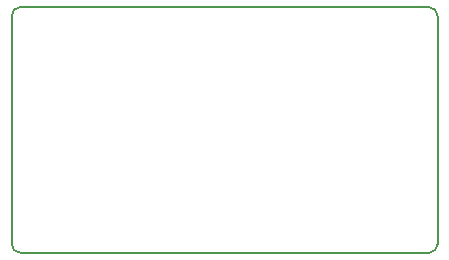
<source format=gbr>
G04 (created by PCBNEW (2013-03-04 BZR 3984)-stable) date 10/14/2013 1:41:13 PM*
%MOIN*%
G04 Gerber Fmt 3.4, Leading zero omitted, Abs format*
%FSLAX34Y34*%
G01*
G70*
G90*
G04 APERTURE LIST*
%ADD10C,0*%
%ADD11C,0.00590551*%
G04 APERTURE END LIST*
G54D10*
G54D11*
X43400Y-31800D02*
X43400Y-24200D01*
X43400Y-31800D02*
G75*
G03X43700Y-32100I300J0D01*
G74*
G01*
X57300Y-32100D02*
X43700Y-32100D01*
X43700Y-23900D02*
G75*
G03X43400Y-24200I0J-300D01*
G74*
G01*
X57300Y-23900D02*
X43700Y-23900D01*
X57600Y-31800D02*
X57600Y-24200D01*
X57300Y-32100D02*
G75*
G03X57600Y-31800I0J300D01*
G74*
G01*
X57600Y-24200D02*
G75*
G03X57300Y-23900I-300J0D01*
G74*
G01*
M02*

</source>
